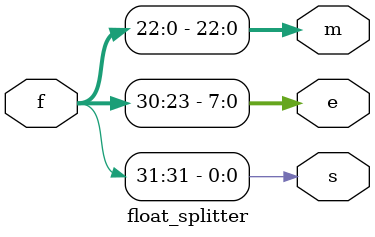
<source format=sv>
module float_splitter(
    input  [31:0] f,
    output        s,
    output [7:0]  e,
    output [22:0] m
);

assign s = f[31];
assign e = f[30:23];
assign m = f[22:0];

endmodule
</source>
